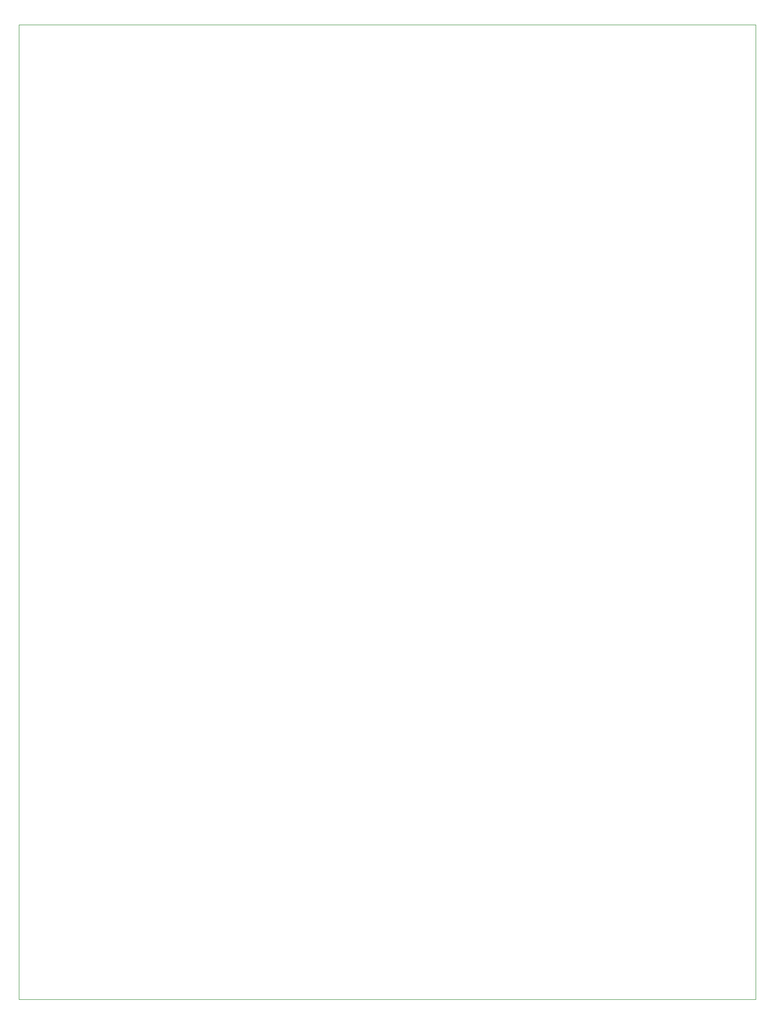
<source format=gbr>
%TF.GenerationSoftware,KiCad,Pcbnew,6.0.1-79c1e3a40b~116~ubuntu20.04.1*%
%TF.CreationDate,2022-01-16T20:57:59+01:00*%
%TF.ProjectId,NodeStandard,4e6f6465-5374-4616-9e64-6172642e6b69,V3.0*%
%TF.SameCoordinates,Original*%
%TF.FileFunction,Profile,NP*%
%FSLAX46Y46*%
G04 Gerber Fmt 4.6, Leading zero omitted, Abs format (unit mm)*
G04 Created by KiCad (PCBNEW 6.0.1-79c1e3a40b~116~ubuntu20.04.1) date 2022-01-16 20:57:59*
%MOMM*%
%LPD*%
G01*
G04 APERTURE LIST*
%TA.AperFunction,Profile*%
%ADD10C,0.100000*%
%TD*%
G04 APERTURE END LIST*
D10*
X25781000Y-21717000D02*
X25781000Y-192278000D01*
X25781000Y-192278000D02*
X154813000Y-192278000D01*
X154813000Y-192278000D02*
X154813000Y-21717000D01*
X154813000Y-21717000D02*
X25781000Y-21717000D01*
M02*

</source>
